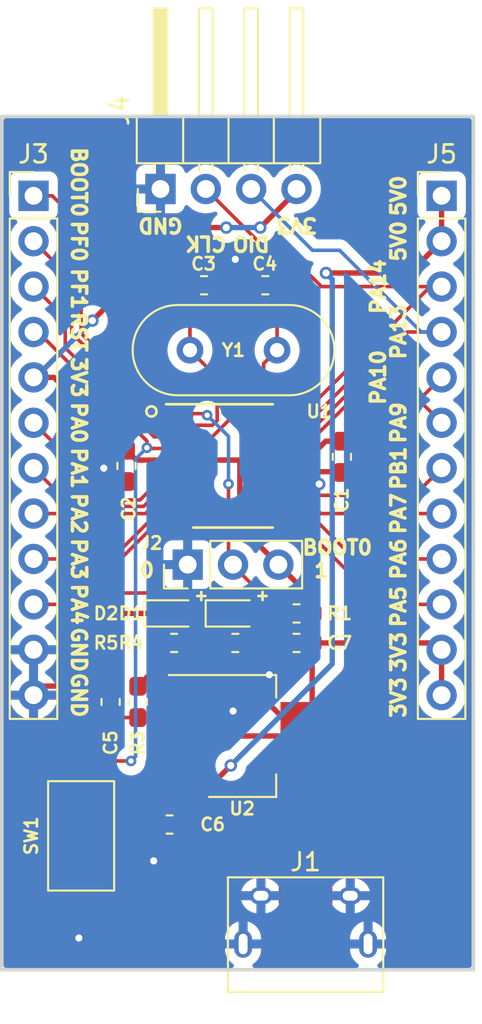
<source format=kicad_pcb>
(kicad_pcb (version 20221018) (generator pcbnew)
  (layers (0 "F.Cu" signal) (31 "B.Cu" signal) (34 "B.Paste" user) (35 "F.Paste" user) (36 "B.SilkS" user "B.Silkscreen") (37 "F.SilkS" user "F.Silkscreen") (38 "B.Mask" user) (39 "F.Mask" user) (44 "Edge.Cuts" user))
  (net 0 "")
  (net 1 "VCC")
  (net 2 "Net-(D1-Pad2)")
  (net 3 "/NRST")
  (net 4 "/BOOT0")
  (net 5 "Net-(D2-Pad2)")
  (net 6 "VBUS")
  (net 7 "GND")
  (net 8 "/OSC_IN")
  (net 9 "/OSC_OUT")
  (net 10 "/PA0")
  (net 11 "/PA1")
  (net 12 "/PA2")
  (net 13 "/PA3")
  (net 14 "/PA4")
  (net 15 "/PA5")
  (net 16 "/PA6")
  (net 17 "/PA7")
  (net 18 "/PB1")
  (net 19 "/D-")
  (net 20 "/D+")
  (net 21 "/PA13")
  (net 22 "/PA14")
  (net 23 "/PA10_PA12")
  (net 24 "/PA9_PA11")
  (footprint "Resistor_SMD:R_0603_1608Metric_Pad1.05x0.95mm_HandSolder" (layer "F.Cu") (at 72.644 60.325 -90)
    (fp_text reference "R3" (at 2.286 0 270) (layer "F.SilkS") (effects (font (size 0.7 0.7))))
    (fp_text value "10kR")
    (fp_line (start -0.171267 -0.51) (end 0.171267 -0.51) (stroke (width 0.12)) (layer "F.SilkS"))
    (fp_line (start -0.171267 0.51) (end 0.171267 0.51) (stroke (width 0.12)) (layer "F.SilkS"))
    (pad "1" smd roundrect (at -0.875 0 270) (size 1.05 0.95) (layers "F.Cu" "F.Paste" "F.Mask") (net 1 "VCC"))
    (pad "2" smd roundrect (at 0.875 0 270) (size 1.05 0.95) (layers "F.Cu" "F.Paste" "F.Mask") (net 3 "/NRST"))
  )
  (footprint "LED_SMD:LED_0603_1608Metric_Pad1.05x0.95mm_HandSolder" (layer "F.Cu") (at 74.676 55.372)
    (fp_text reference "D2" (at -3.81 0) (layer "F.SilkS") (effects (font (size 0.7 0.7))))
    (fp_text value "RED")
    (fp_line (start -1.66 -0.735) (end -1.66 0.735) (stroke (width 0.12)) (layer "F.SilkS"))
    (fp_line (start -1.66 0.735) (end 0.8 0.735) (stroke (width 0.12)) (layer "F.SilkS"))
    (fp_line (start 0.8 -0.735) (end -1.66 -0.735) (stroke (width 0.12)) (layer "F.SilkS"))
    (pad "1" smd roundrect (at -0.875 0) (size 1.05 0.95) (layers "F.Cu" "F.Paste" "F.Mask") (net 7 "GND"))
    (pad "2" smd roundrect (at 0.875 0) (size 1.05 0.95) (layers "F.Cu" "F.Paste" "F.Mask") (net 5 "Net-(D2-Pad2)"))
  )
  (footprint "Connector_PinHeader_2.54mm:PinHeader_1x12_P2.54mm_Vertical" (layer "F.Cu") (at 89.662 32.004)
    (fp_text reference "J5" (at 0 -2.33) (layer "F.SilkS"))
    (fp_text value "RIGHT")
    (fp_line (start -1.33 -1.33) (end 0 -1.33) (stroke (width 0.12)) (layer "F.SilkS"))
    (fp_line (start -1.33 0) (end -1.33 -1.33) (stroke (width 0.12)) (layer "F.SilkS"))
    (fp_line (start -1.33 1.27) (end -1.33 29.27) (stroke (width 0.12)) (layer "F.SilkS"))
    (fp_line (start -1.33 1.27) (end 1.33 1.27) (stroke (width 0.12)) (layer "F.SilkS"))
    (fp_line (start -1.33 29.27) (end 1.33 29.27) (stroke (width 0.12)) (layer "F.SilkS"))
    (fp_line (start 1.33 1.27) (end 1.33 29.27) (stroke (width 0.12)) (layer "F.SilkS"))
    (pad "1" thru_hole rect (at 0 0) (size 1.7 1.7) (drill 1) (layers "*.Cu" "*.Mask") (net 6 "VBUS"))
    (pad "2" thru_hole oval (at 0 2.54) (size 1.7 1.7) (drill 1) (layers "*.Cu" "*.Mask") (net 6 "VBUS"))
    (pad "3" thru_hole oval (at 0 5.08) (size 1.7 1.7) (drill 1) (layers "*.Cu" "*.Mask") (net 22 "/PA14"))
    (pad "4" thru_hole oval (at 0 7.62) (size 1.7 1.7) (drill 1) (layers "*.Cu" "*.Mask") (net 21 "/PA13"))
    (pad "5" thru_hole oval (at 0 10.16) (size 1.7 1.7) (drill 1) (layers "*.Cu" "*.Mask") (net 23 "/PA10_PA12"))
    (pad "6" thru_hole oval (at 0 12.7) (size 1.7 1.7) (drill 1) (layers "*.Cu" "*.Mask") (net 24 "/PA9_PA11"))
    (pad "7" thru_hole oval (at 0 15.24) (size 1.7 1.7) (drill 1) (layers "*.Cu" "*.Mask") (net 18 "/PB1"))
    (pad "8" thru_hole oval (at 0 17.78) (size 1.7 1.7) (drill 1) (layers "*.Cu" "*.Mask") (net 17 "/PA7"))
    (pad "9" thru_hole oval (at 0 20.32) (size 1.7 1.7) (drill 1) (layers "*.Cu" "*.Mask") (net 16 "/PA6"))
    (pad "10" thru_hole oval (at 0 22.86) (size 1.7 1.7) (drill 1) (layers "*.Cu" "*.Mask") (net 15 "/PA5"))
    (pad "11" thru_hole oval (at 0 25.4) (size 1.7 1.7) (drill 1) (layers "*.Cu" "*.Mask") (net 1 "VCC"))
    (pad "12" thru_hole oval (at 0 27.94) (size 1.7 1.7) (drill 1) (layers "*.Cu" "*.Mask") (net 1 "VCC"))
  )
  (footprint "Connector_PinHeader_2.54mm:PinHeader_1x12_P2.54mm_Vertical" (layer "F.Cu") (at 66.802 32.004)
    (fp_text reference "J3" (at 0 -2.33) (layer "F.SilkS"))
    (fp_text value "LEFT")
    (fp_line (start -1.33 -1.33) (end 0 -1.33) (stroke (width 0.12)) (layer "F.SilkS"))
    (fp_line (start -1.33 0) (end -1.33 -1.33) (stroke (width 0.12)) (layer "F.SilkS"))
    (fp_line (start -1.33 1.27) (end -1.33 29.27) (stroke (width 0.12)) (layer "F.SilkS"))
    (fp_line (start -1.33 1.27) (end 1.33 1.27) (stroke (width 0.12)) (layer "F.SilkS"))
    (fp_line (start -1.33 29.27) (end 1.33 29.27) (stroke (width 0.12)) (layer "F.SilkS"))
    (fp_line (start 1.33 1.27) (end 1.33 29.27) (stroke (width 0.12)) (layer "F.SilkS"))
    (pad "1" thru_hole rect (at 0 0) (size 1.7 1.7) (drill 1) (layers "*.Cu" "*.Mask") (net 4 "/BOOT0"))
    (pad "2" thru_hole oval (at 0 2.54) (size 1.7 1.7) (drill 1) (layers "*.Cu" "*.Mask") (net 8 "/OSC_IN"))
    (pad "3" thru_hole oval (at 0 5.08) (size 1.7 1.7) (drill 1) (layers "*.Cu" "*.Mask") (net 9 "/OSC_OUT"))
    (pad "4" thru_hole oval (at 0 7.62) (size 1.7 1.7) (drill 1) (layers "*.Cu" "*.Mask") (net 3 "/NRST"))
    (pad "5" thru_hole oval (at 0 10.16) (size 1.7 1.7) (drill 1) (layers "*.Cu" "*.Mask") (net 1 "VCC"))
    (pad "6" thru_hole oval (at 0 12.7) (size 1.7 1.7) (drill 1) (layers "*.Cu" "*.Mask") (net 10 "/PA0"))
    (pad "7" thru_hole oval (at 0 15.24) (size 1.7 1.7) (drill 1) (layers "*.Cu" "*.Mask") (net 11 "/PA1"))
    (pad "8" thru_hole oval (at 0 17.78) (size 1.7 1.7) (drill 1) (layers "*.Cu" "*.Mask") (net 12 "/PA2"))
    (pad "9" thru_hole oval (at 0 20.32) (size 1.7 1.7) (drill 1) (layers "*.Cu" "*.Mask") (net 13 "/PA3"))
    (pad "10" thru_hole oval (at 0 22.86) (size 1.7 1.7) (drill 1) (layers "*.Cu" "*.Mask") (net 14 "/PA4"))
    (pad "11" thru_hole oval (at 0 25.4) (size 1.7 1.7) (drill 1) (layers "*.Cu" "*.Mask") (net 7 "GND"))
    (pad "12" thru_hole oval (at 0 27.94) (size 1.7 1.7) (drill 1) (layers "*.Cu" "*.Mask") (net 7 "GND"))
  )
  (footprint "Capacitor_SMD:C_0603_1608Metric_Pad1.05x0.95mm_HandSolder" (layer "F.Cu") (at 72.009 47.117 90)
    (fp_text reference "C2" (at -2.413 0.127 90) (layer "F.SilkS") (effects (font (size 0.7 0.7))))
    (fp_text value "0.1uF")
    (fp_line (start -0.171267 -0.51) (end 0.171267 -0.51) (stroke (width 0.12)) (layer "F.SilkS"))
    (fp_line (start -0.171267 0.51) (end 0.171267 0.51) (stroke (width 0.12)) (layer "F.SilkS"))
    (pad "1" smd roundrect (at -0.875 0 90) (size 1.05 0.95) (layers "F.Cu" "F.Paste" "F.Mask") (net 7 "GND"))
    (pad "2" smd roundrect (at 0.875 0 90) (size 1.05 0.95) (layers "F.Cu" "F.Paste" "F.Mask") (net 1 "VCC"))
  )
  (footprint "Resistor_SMD:R_0603_1608Metric_Pad1.05x0.95mm_HandSolder" (layer "F.Cu") (at 78.105 57.023)
    (fp_text reference "R4" (at -5.842 0) (layer "F.SilkS") (effects (font (size 0.7 0.7))))
    (fp_text value "1.5kR")
    (fp_line (start -0.171267 -0.51) (end 0.171267 -0.51) (stroke (width 0.12)) (layer "F.SilkS"))
    (fp_line (start -0.171267 0.51) (end 0.171267 0.51) (stroke (width 0.12)) (layer "F.SilkS"))
    (pad "1" smd roundrect (at -0.875 0) (size 1.05 0.95) (layers "F.Cu" "F.Paste" "F.Mask") (net 1 "VCC"))
    (pad "2" smd roundrect (at 0.875 0) (size 1.05 0.95) (layers "F.Cu" "F.Paste" "F.Mask") (net 2 "Net-(D1-Pad2)"))
  )
  (footprint "Resistor_SMD:R_0603_1608Metric_Pad1.05x0.95mm_HandSolder" (layer "F.Cu") (at 81.534 55.372)
    (fp_text reference "R1" (at 2.413 0) (layer "F.SilkS") (effects (font (size 0.7 0.7))))
    (fp_text value "10kR")
    (fp_line (start -0.171267 -0.51) (end 0.171267 -0.51) (stroke (width 0.12)) (layer "F.SilkS"))
    (fp_line (start -0.171267 0.51) (end 0.171267 0.51) (stroke (width 0.12)) (layer "F.SilkS"))
    (pad "1" smd roundrect (at -0.875 0) (size 1.05 0.95) (layers "F.Cu" "F.Paste" "F.Mask") (net 4 "/BOOT0"))
    (pad "2" smd roundrect (at 0.875 0) (size 1.05 0.95) (layers "F.Cu" "F.Paste" "F.Mask") (net 1 "VCC"))
  )
  (footprint "Resistor_SMD:R_0603_1608Metric_Pad1.05x0.95mm_HandSolder" (layer "F.Cu") (at 74.676 57.023)
    (fp_text reference "R5" (at -3.81 0) (layer "F.SilkS") (effects (font (size 0.7 0.7))))
    (fp_text value "1.5kR")
    (fp_line (start -0.171267 -0.51) (end 0.171267 -0.51) (stroke (width 0.12)) (layer "F.SilkS"))
    (fp_line (start -0.171267 0.51) (end 0.171267 0.51) (stroke (width 0.12)) (layer "F.SilkS"))
    (pad "1" smd roundrect (at -0.875 0) (size 1.05 0.95) (layers "F.Cu" "F.Paste" "F.Mask") (net 1 "VCC"))
    (pad "2" smd roundrect (at 0.875 0) (size 1.05 0.95) (layers "F.Cu" "F.Paste" "F.Mask") (net 5 "Net-(D2-Pad2)"))
  )
  (footprint "Package_TO_SOT_SMD:SOT-223-3_TabPin2" (layer "F.Cu") (at 78.486 62.23)
    (fp_text reference "U2" (at 0 4.064) (layer "F.SilkS") (effects (font (size 0.7 0.7))))
    (fp_text value "1117-3.3")
    (fp_line (start -4.1 -3.41) (end 1.91 -3.41) (stroke (width 0.12)) (layer "F.SilkS"))
    (fp_line (start -1.85 3.41) (end 1.91 3.41) (stroke (width 0.12)) (layer "F.SilkS"))
    (fp_line (start 1.91 -3.41) (end 1.91 -2.15) (stroke (width 0.12)) (layer "F.SilkS"))
    (fp_line (start 1.91 3.41) (end 1.91 2.15) (stroke (width 0.12)) (layer "F.SilkS"))
    (pad "1" smd rect (at -3.15 -2.3) (size 2 1.5) (layers "F.Cu" "F.Paste" "F.Mask") (net 7 "GND"))
    (pad "2" smd rect (at -3.15 0) (size 2 1.5) (layers "F.Cu" "F.Paste" "F.Mask") (net 1 "VCC"))
    (pad "2" smd rect (at 3.15 0) (size 2 3.8) (layers "F.Cu" "F.Paste" "F.Mask") (net 1 "VCC"))
    (pad "3" smd rect (at -3.15 2.3) (size 2 1.5) (layers "F.Cu" "F.Paste" "F.Mask") (net 6 "VBUS"))
  )
  (footprint "Package_SO:TSSOP-20_4.4x6.5mm_P0.65mm" (layer "F.Cu") (at 77.978 47.117)
    (fp_text reference "U1" (at 4.826 -3.048) (layer "F.SilkS") (effects (font (size 0.7 0.7))))
    (fp_text value "STM32F042F6Px")
    (fp_line (start -3.75 -3.45) (end 2.225 -3.45) (stroke (width 0.15)) (layer "F.SilkS"))
    (fp_line (start -2.225 3.45) (end 2.225 3.45) (stroke (width 0.15)) (layer "F.SilkS"))
    (pad "1" smd rect (at -2.95 -2.925) (size 1.45 0.45) (layers "F.Cu" "F.Paste" "F.Mask") (net 4 "/BOOT0"))
    (pad "2" smd rect (at -2.95 -2.275) (size 1.45 0.45) (layers "F.Cu" "F.Paste" "F.Mask") (net 8 "/OSC_IN"))
    (pad "3" smd rect (at -2.95 -1.625) (size 1.45 0.45) (layers "F.Cu" "F.Paste" "F.Mask") (net 9 "/OSC_OUT"))
    (pad "4" smd rect (at -2.95 -0.975) (size 1.45 0.45) (layers "F.Cu" "F.Paste" "F.Mask") (net 3 "/NRST"))
    (pad "5" smd rect (at -2.95 -0.325) (size 1.45 0.45) (layers "F.Cu" "F.Paste" "F.Mask") (net 1 "VCC"))
    (pad "6" smd rect (at -2.95 0.325) (size 1.45 0.45) (layers "F.Cu" "F.Paste" "F.Mask") (net 10 "/PA0"))
    (pad "7" smd rect (at -2.95 0.975) (size 1.45 0.45) (layers "F.Cu" "F.Paste" "F.Mask") (net 11 "/PA1"))
    (pad "8" smd rect (at -2.95 1.625) (size 1.45 0.45) (layers "F.Cu" "F.Paste" "F.Mask") (net 12 "/PA2"))
    (pad "9" smd rect (at -2.95 2.275) (size 1.45 0.45) (layers "F.Cu" "F.Paste" "F.Mask") (net 13 "/PA3"))
    (pad "10" smd rect (at -2.95 2.925) (size 1.45 0.45) (layers "F.Cu" "F.Paste" "F.Mask") (net 14 "/PA4"))
    (pad "11" smd rect (at 2.95 2.925) (size 1.45 0.45) (layers "F.Cu" "F.Paste" "F.Mask") (net 15 "/PA5"))
    (pad "12" smd rect (at 2.95 2.275) (size 1.45 0.45) (layers "F.Cu" "F.Paste" "F.Mask") (net 16 "/PA6"))
    (pad "13" smd rect (at 2.95 1.625) (size 1.45 0.45) (layers "F.Cu" "F.Paste" "F.Mask") (net 17 "/PA7"))
    (pad "14" smd rect (at 2.95 0.975) (size 1.45 0.45) (layers "F.Cu" "F.Paste" "F.Mask") (net 18 "/PB1"))
    (pad "15" smd rect (at 2.95 0.325) (size 1.45 0.45) (layers "F.Cu" "F.Paste" "F.Mask") (net 7 "GND"))
    (pad "16" smd rect (at 2.95 -0.325) (size 1.45 0.45) (layers "F.Cu" "F.Paste" "F.Mask") (net 1 "VCC"))
    (pad "17" smd rect (at 2.95 -0.975) (size 1.45 0.45) (layers "F.Cu" "F.Paste" "F.Mask") (net 24 "/PA9_PA11"))
    (pad "18" smd rect (at 2.95 -1.625) (size 1.45 0.45) (layers "F.Cu" "F.Paste" "F.Mask") (net 23 "/PA10_PA12"))
    (pad "19" smd rect (at 2.95 -2.275) (size 1.45 0.45) (layers "F.Cu" "F.Paste" "F.Mask") (net 21 "/PA13"))
    (pad "20" smd rect (at 2.95 -2.925) (size 1.45 0.45) (layers "F.Cu" "F.Paste" "F.Mask") (net 22 "/PA14"))
  )
  (footprint "LED_SMD:LED_0603_1608Metric_Pad1.05x0.95mm_HandSolder" (layer "F.Cu") (at 78.105 55.372)
    (fp_text reference "D1" (at -5.842 0) (layer "F.SilkS") (effects (font (size 0.7 0.7))))
    (fp_text value "GREEN")
    (fp_line (start -1.66 -0.735) (end -1.66 0.735) (stroke (width 0.12)) (layer "F.SilkS"))
    (fp_line (start -1.66 0.735) (end 0.8 0.735) (stroke (width 0.12)) (layer "F.SilkS"))
    (fp_line (start 0.8 -0.735) (end -1.66 -0.735) (stroke (width 0.12)) (layer "F.SilkS"))
    (pad "1" smd roundrect (at -0.875 0) (size 1.05 0.95) (layers "F.Cu" "F.Paste" "F.Mask") (net 14 "/PA4"))
    (pad "2" smd roundrect (at 0.875 0) (size 1.05 0.95) (layers "F.Cu" "F.Paste" "F.Mask") (net 2 "Net-(D1-Pad2)"))
  )
  (footprint "Crystal:Crystal_HC49-U_Vertical" (layer "F.Cu") (at 75.565 40.64)
    (fp_text reference "Y1" (at 2.44 0) (layer "F.SilkS") (effects (font (size 0.7 0.7))))
    (fp_text value "8MHz")
    (fp_line (start -0.685 -2.525) (end 5.565 -2.525) (stroke (width 0.12)) (layer "F.SilkS"))
    (fp_line (start -0.685 2.525) (end 5.565 2.525) (stroke (width 0.12)) (layer "F.SilkS"))
    (fp_arc (start -0.685 2.525) (mid -3.21 0) (end -0.685 -2.525) (stroke (width 0.12)) (layer "F.SilkS"))
    (fp_arc (start 5.565 -2.525) (mid 8.09 0) (end 5.565 2.525) (stroke (width 0.12)) (layer "F.SilkS"))
    (pad "1" thru_hole circle (at 0 0) (size 1.5 1.5) (drill 0.8) (layers "*.Cu" "*.Mask") (net 8 "/OSC_IN"))
    (pad "2" thru_hole circle (at 4.88 0) (size 1.5 1.5) (drill 0.8) (layers "*.Cu" "*.Mask") (net 9 "/OSC_OUT"))
  )
  (footprint "Connector_PinHeader_2.54mm:PinHeader_1x03_P2.54mm_Vertical" (layer "F.Cu") (at 75.438 52.6415 90)
    (fp_text reference "J2" (at 1.2065 -2.032 180) (layer "F.SilkS") (effects (font (size 0.7 0.7))))
    (fp_text value "BOOT0")
    (fp_line (start -1.33 -1.33) (end 0 -1.33) (stroke (width 0.12)) (layer "F.SilkS"))
    (fp_line (start -1.33 0) (end -1.33 -1.33) (stroke (width 0.12)) (layer "F.SilkS"))
    (fp_line (start -1.33 1.27) (end -1.33 6.41) (stroke (width 0.12)) (layer "F.SilkS"))
    (fp_line (start -1.33 1.27) (end 1.33 1.27) (stroke (width 0.12)) (layer "F.SilkS"))
    (fp_line (start -1.33 6.41) (end 1.33 6.41) (stroke (width 0.12)) (layer "F.SilkS"))
    (fp_line (start 1.33 1.27) (end 1.33 6.41) (stroke (width 0.12)) (layer "F.SilkS"))
    (pad "1" thru_hole rect (at 0 0 90) (size 1.7 1.7) (drill 1) (layers "*.Cu" "*.Mask") (net 7 "GND"))
    (pad "2" thru_hole oval (at 0 2.54 90) (size 1.7 1.7) (drill 1) (layers "*.Cu" "*.Mask") (net 4 "/BOOT0"))
    (pad "3" thru_hole oval (at 0 5.08 90) (size 1.7 1.7) (drill 1) (layers "*.Cu" "*.Mask") (net 1 "VCC"))
  )
  (footprint "Capacitor_SMD:C_0603_1608Metric_Pad1.05x0.95mm_HandSolder" (layer "F.Cu") (at 84.074 46.609 90)
    (fp_text reference "C1" (at -2.413 0 90) (layer "F.SilkS") (effects (font (size 0.7 0.7))))
    (fp_text value "0.1uF")
    (fp_line (start -0.171267 -0.51) (end 0.171267 -0.51) (stroke (width 0.12)) (layer "F.SilkS"))
    (fp_line (start -0.171267 0.51) (end 0.171267 0.51) (stroke (width 0.12)) (layer "F.SilkS"))
    (pad "1" smd roundrect (at -0.875 0 90) (size 1.05 0.95) (layers "F.Cu" "F.Paste" "F.Mask") (net 7 "GND"))
    (pad "2" smd roundrect (at 0.875 0 90) (size 1.05 0.95) (layers "F.Cu" "F.Paste" "F.Mask") (net 1 "VCC"))
  )
  (footprint "Capacitor_SMD:C_0603_1608Metric_Pad1.05x0.95mm_HandSolder" (layer "F.Cu") (at 81.534 57.023 180)
    (fp_text reference "C7" (at -2.413 0 180) (layer "F.SilkS") (effects (font (size 0.7 0.7))))
    (fp_text value "0.1uF")
    (fp_line (start -0.171267 -0.51) (end 0.171267 -0.51) (stroke (width 0.12)) (layer "F.SilkS"))
    (fp_line (start -0.171267 0.51) (end 0.171267 0.51) (stroke (width 0.12)) (layer "F.SilkS"))
    (pad "1" smd roundrect (at -0.875 0 180) (size 1.05 0.95) (layers "F.Cu" "F.Paste" "F.Mask") (net 1 "VCC"))
    (pad "2" smd roundrect (at 0.875 0 180) (size 1.05 0.95) (layers "F.Cu" "F.Paste" "F.Mask") (net 7 "GND"))
  )
  (footprint "Capacitor_SMD:C_0603_1608Metric_Pad1.05x0.95mm_HandSolder" (layer "F.Cu") (at 74.422 67.183)
    (fp_text reference "C6" (at 2.413 0) (layer "F.SilkS") (effects (font (size 0.7 0.7))))
    (fp_text value "0.1uF")
    (fp_line (start -0.171267 -0.51) (end 0.171267 -0.51) (stroke (width 0.12)) (layer "F.SilkS"))
    (fp_line (start -0.171267 0.51) (end 0.171267 0.51) (stroke (width 0.12)) (layer "F.SilkS"))
    (pad "1" smd roundrect (at -0.875 0) (size 1.05 0.95) (layers "F.Cu" "F.Paste" "F.Mask") (net 7 "GND"))
    (pad "2" smd roundrect (at 0.875 0) (size 1.05 0.95) (layers "F.Cu" "F.Paste" "F.Mask") (net 6 "VBUS"))
  )
  (footprint "Capacitor_SMD:C_0603_1608Metric_Pad1.05x0.95mm_HandSolder" (layer "F.Cu") (at 71.12 60.325 90)
    (fp_text reference "C5" (at -2.286 0 90) (layer "F.SilkS") (effects (font (size 0.7 0.7))))
    (fp_text value "0.1uF")
    (fp_line (start -0.171267 -0.51) (end 0.171267 -0.51) (stroke (width 0.12)) (layer "F.SilkS"))
    (fp_line (start -0.171267 0.51) (end 0.171267 0.51) (stroke (width 0.12)) (layer "F.SilkS"))
    (pad "1" smd roundrect (at -0.875 0 90) (size 1.05 0.95) (layers "F.Cu" "F.Paste" "F.Mask") (net 3 "/NRST"))
    (pad "2" smd roundrect (at 0.875 0 90) (size 1.05 0.95) (layers "F.Cu" "F.Paste" "F.Mask") (net 7 "GND"))
  )
  (footprint "Capacitor_SMD:C_0603_1608Metric_Pad1.05x0.95mm_HandSolder" (layer "F.Cu") (at 79.786988 37.009528)
    (fp_text reference "C4" (at -0.030988 -1.195528) (layer "F.SilkS") (effects (font (size 0.7 0.7))))
    (fp_text value "20pF")
    (fp_line (start -0.171267 -0.51) (end 0.171267 -0.51) (stroke (width 0.12)) (layer "F.SilkS"))
    (fp_line (start -0.171267 0.51) (end 0.171267 0.51) (stroke (width 0.12)) (layer "F.SilkS"))
    (pad "1" smd roundrect (at -0.875 0) (size 1.05 0.95) (layers "F.Cu" "F.Paste" "F.Mask") (net 7 "GND"))
    (pad "2" smd roundrect (at 0.875 0) (size 1.05 0.95) (layers "F.Cu" "F.Paste" "F.Mask") (net 9 "/OSC_OUT"))
  )
  (footprint "Capacitor_SMD:C_0603_1608Metric_Pad1.05x0.95mm_HandSolder" (layer "F.Cu") (at 76.357988 37.009528 180)
    (fp_text reference "C3" (at 0.030988 1.195528 180) (layer "F.SilkS") (effects (font (size 0.7 0.7))))
    (fp_text value "20pF")
    (fp_line (start -0.171267 -0.51) (end 0.171267 -0.51) (stroke (width 0.12)) (layer "F.SilkS"))
    (fp_line (start -0.171267 0.51) (end 0.171267 0.51) (stroke (width 0.12)) (layer "F.SilkS"))
    (pad "1" smd roundrect (at -0.875 0 180) (size 1.05 0.95) (layers "F.Cu" "F.Paste" "F.Mask") (net 7 "GND"))
    (pad "2" smd roundrect (at 0.875 0 180) (size 1.05 0.95) (layers "F.Cu" "F.Paste" "F.Mask") (net 8 "/OSC_IN"))
  )
  (footprint "Button_Switch_SMD:SW_SPST_CK_RS282G05A3" (layer "F.Cu") (at 69.469 67.818 -90)
    (fp_text reference "SW1" (at 0 2.794 270) (layer "F.SilkS") (effects (font (size 0.7 0.7))))
    (fp_text value "SW_Push")
    (fp_line (start -3.06 -1.85) (end 3.06 -1.85) (stroke (width 0.12)) (layer "F.SilkS"))
    (fp_line (start -3.06 1.85) (end -3.06 -1.85) (stroke (width 0.12)) (layer "F.SilkS"))
    (fp_line (start 3.06 -1.85) (end 3.06 1.85) (stroke (width 0.12)) (layer "F.SilkS"))
    (fp_line (start 3.06 1.85) (end -3.06 1.85) (stroke (width 0.12)) (layer "F.SilkS"))
    (pad "1" smd rect (at -3.9 0 270) (size 1.5 1.5) (layers "F.Cu" "F.Paste" "F.Mask") (net 3 "/NRST"))
    (pad "2" smd rect (at 3.9 0 270) (size 1.5 1.5) (layers "F.Cu" "F.Paste" "F.Mask") (net 7 "GND"))
  )
  (footprint "Connector_PinHeader_2.54mm:PinHeader_1x04_P2.54mm_Horizontal" (layer "F.Cu") (at 73.914 31.623 90)
    (fp_text reference "J4" (at 4.385 -2.27 90) (layer "F.SilkS"))
    (fp_text value "SWD")
    (fp_line (start -1.27 -1.27) (end 0 -1.27) (stroke (width 0.12)) (layer "F.SilkS"))
    (fp_line (start -1.27 0) (end -1.27 -1.27) (stroke (width 0.12)) (layer "F.SilkS"))
    (fp_line (start 1.042929 2.16) (end 1.44 2.16) (stroke (width 0.12)) (layer "F.SilkS"))
    (fp_line (start 1.042929 2.92) (end 1.44 2.92) (stroke (width 0.12)) (layer "F.SilkS"))
    (fp_line (start 1.042929 4.7) (end 1.44 4.7) (stroke (width 0.12)) (layer "F.SilkS"))
    (fp_line (start 1.042929 5.46) (end 1.44 5.46) (stroke (width 0.12)) (layer "F.SilkS"))
    (fp_line (start 1.042929 7.24) (end 1.44 7.24) (stroke (width 0.12)) (layer "F.SilkS"))
    (fp_line (start 1.042929 8) (end 1.44 8) (stroke (width 0.12)) (layer "F.SilkS"))
    (fp_line (start 1.11 -0.38) (end 1.44 -0.38) (stroke (width 0.12)) (layer "F.SilkS"))
    (fp_line (start 1.11 0.38) (end 1.44 0.38) (stroke (width 0.12)) (layer "F.SilkS"))
    (fp_line (start 1.44 -1.33) (end 1.44 8.95) (stroke (width 0.12)) (layer "F.SilkS"))
    (fp_line (start 1.44 1.27) (end 4.1 1.27) (stroke (width 0.12)) (layer "F.SilkS"))
    (fp_line (start 1.44 3.81) (end 4.1 3.81) (stroke (width 0.12)) (layer "F.SilkS"))
    (fp_line (start 1.44 6.35) (end 4.1 6.35) (stroke (width 0.12)) (layer "F.SilkS"))
    (fp_line (start 1.44 8.95) (end 4.1 8.95) (stroke (width 0.12)) (layer "F.SilkS"))
    (fp_line (start 4.1 -1.33) (end 1.44 -1.33) (stroke (width 0.12)) (layer "F.SilkS"))
    (fp_line (start 4.1 -0.38) (end 10.1 -0.38) (stroke (width 0.12)) (layer "F.SilkS"))
    (fp_line (start 4.1 -0.32) (end 10.1 -0.32) (stroke (width 0.12)) (layer "F.SilkS"))
    (fp_line (start 4.1 -0.2) (end 10.1 -0.2) (stroke (width 0.12)) (layer "F.SilkS"))
    (fp_line (start 4.1 -0.08) (end 10.1 -0.08) (stroke (width 0.12)) (layer "F.SilkS"))
    (fp_line (start 4.1 0.04) (end 10.1 0.04) (stroke (width 0.12)) (layer "F.SilkS"))
    (fp_line (start 4.1 0.16) (end 10.1 0.16) (stroke (width 0.12)) (layer "F.SilkS"))
    (fp_line (start 4.1 0.28) (end 10.1 0.28) (stroke (width 0.12)) (layer "F.SilkS"))
    (fp_line (start 4.1 2.16) (end 10.1 2.16) (stroke (width 0.12)) (layer "F.SilkS"))
    (fp_line (start 4.1 4.7) (end 10.1 4.7) (stroke (width 0.12)) (layer "F.SilkS"))
    (fp_line (start 4.1 7.24) (end 10.1 7.24) (stroke (width 0.12)) (layer "F.SilkS"))
    (fp_line (start 4.1 8.95) (end 4.1 -1.33) (stroke (width 0.12)) (layer "F.SilkS"))
    (fp_line (start 10.1 -0.38) (end 10.1 0.38) (stroke (width 0.12)) (layer "F.SilkS"))
    (fp_line (start 10.1 0.38) (end 4.1 0.38) (stroke (width 0.12)) (layer "F.SilkS"))
    (fp_line (start 10.1 2.16) (end 10.1 2.92) (stroke (width 0.12)) (layer "F.SilkS"))
    (fp_line (start 10.1 2.92) (end 4.1 2.92) (stroke (width 0.12)) (layer "F.SilkS"))
    (fp_line (start 10.1 4.7) (end 10.1 5.46) (stroke (width 0.12)) (layer "F.SilkS"))
    (fp_line (start 10.1 5.46) (end 4.1 5.46) (stroke (width 0.12)) (layer "F.SilkS"))
    (fp_line (start 10.1 7.24) (end 10.1 8) (stroke (width 0.12)) (layer "F.SilkS"))
    (fp_line (start 10.1 8) (end 4.1 8) (stroke (width 0.12)) (layer "F.SilkS"))
    (pad "1" thru_hole rect (at 0 0 90) (size 1.7 1.7) (drill 1) (layers "*.Cu" "*.Mask") (net 7 "GND"))
    (pad "2" thru_hole oval (at 0 2.54 90) (size 1.7 1.7) (drill 1) (layers "*.Cu" "*.Mask") (net 22 "/PA14"))
    (pad "3" thru_hole oval (at 0 5.08 90) (size 1.7 1.7) (drill 1) (layers "*.Cu" "*.Mask") (net 21 "/PA13"))
    (pad "4" thru_hole oval (at 0 7.62 90) (size 1.7 1.7) (drill 1) (layers "*.Cu" "*.Mask") (net 1 "VCC"))
  )
  (footprint "Icenowy_Connectors:USB_Micro-B_Connector" (layer "F.Cu") (at 82.042 72.517)
    (fp_text reference "J1" (at 0 -3.24) (layer "F.SilkS"))
    (fp_text value "USB_B_Micro")
    (fp_line (start -4.35 -2.38) (end 4.35 -2.38) (stroke (width 0.12)) (layer "F.SilkS"))
    (fp_line (start -4.35 4.03) (end -4.35 -2.38) (stroke (width 0.12)) (layer "F.SilkS"))
    (fp_line (start -4.35 4.03) (end 4.35 4.03) (stroke (width 0.12)) (layer "F.SilkS"))
    (fp_line (start 4.35 -2.38) (end 4.35 4.03) (stroke (width 0.12)) (layer "F.SilkS"))
    (fp_line (start 4.35 2.8) (end -4.35 2.8) (stroke (width 0.12)) (layer "F.SilkS"))
    (pad "1" smd rect (at -1.3 -1.35 90) (size 1.35 0.4) (layers "F.Cu" "F.Paste" "F.Mask") (net 6 "VBUS"))
    (pad "2" smd rect (at -0.65 -1.35 90) (size 1.35 0.4) (layers "F.Cu" "F.Paste" "F.Mask") (net 19 "/D-"))
    (pad "3" smd rect (at 0 -1.35 90) (size 1.35 0.4) (layers "F.Cu" "F.Paste" "F.Mask") (net 20 "/D+"))
    (pad "4" smd rect (at 0.65 -1.35 90) (size 1.35 0.4) (layers "F.Cu" "F.Paste" "F.Mask") (net 7 "GND"))
    (pad "5" smd rect (at 1.3 -1.35 90) (size 1.35 0.4) (layers "F.Cu" "F.Paste" "F.Mask") (net 7 "GND"))
    (pad "6" thru_hole oval (at -3.5 1.35 90) (size 1.55 1) (drill oval 1.15 0.5) (layers "*.Cu" "*.Mask") (net 7 "GND"))
    (pad "6" thru_hole oval (at -2.5 -1.35 90) (size 0.95 1.25) (drill oval 0.55 0.85) (layers "*.Cu" "*.Mask") (net 7 "GND"))
    (pad "6" thru_hole oval (at 2.5 -1.35 90) (size 0.95 1.25) (drill oval 0.55 0.85) (layers "*.Cu" "*.Mask") (net 7 "GND"))
    (pad "6" thru_hole oval (at 3.5 1.35 90) (size 1.55 1) (drill oval 1.15 0.5) (layers "*.Cu" "*.Mask") (net 7 "GND"))
  )
  (gr_circle (center 73.406 44.069) (end 73.689981 44.069) (stroke (width 0.15)) (fill none) (layer "F.SilkS"))
  (gr_line (start 65.024 75.311) (end 65.024 27.559) (stroke (width 0.2)) (layer "Edge.Cuts"))
  (gr_line (start 91.44 75.311) (end 65.024 75.311) (stroke (width 0.2)) (layer "Edge.Cuts"))
  (gr_line (start 91.44 27.559) (end 91.44 75.311) (stroke (width 0.2)) (layer "Edge.Cuts"))
  (gr_line (start 65.024 27.559) (end 91.44 27.559) (stroke (width 0.2)) (layer "Edge.Cuts"))
  (gr_text "BOOT0" (at 83.82 51.689) (layer "F.SilkS") (effects (font (size 0.8 0.8) (thickness 0.2))))
  (gr_text "+" (at 79.629 54.356) (layer "F.SilkS") (effects (font (size 0.6 0.6))))
  (gr_text "GND" (at 73.914 33.655 180) (layer "F.SilkS") (effects (font (size 0.8 0.8) (thickness 0.2))))
  (gr_text "3V3" (at 81.534 33.655 180) (layer "F.SilkS") (effects (font (size 0.8 0.8) (thickness 0.2))))
  (gr_text "CLK" (at 76.454 34.671 180) (layer "F.SilkS") (effects (font (size 0.8 0.8) (thickness 0.2))))
  (gr_text "DIO" (at 78.994 34.671 180) (layer "F.SilkS") (effects (font (size 0.8 0.8) (thickness 0.2))))
  (gr_text "PF0" (at 69.342 34.544 270) (layer "F.SilkS") (effects (font (size 0.8 0.8) (thickness 0.2))))
  (gr_text "PF1" (at 69.342 37.211 270) (layer "F.SilkS") (effects (font (size 0.8 0.8) (thickness 0.2))))
  (gr_text "3V3" (at 69.342 42.164 270) (layer "F.SilkS") (effects (font (size 0.8 0.8) (thickness 0.2))))
  (gr_text "PA9" (at 87.249 44.704 90) (layer "F.SilkS") (effects (font (size 0.8 0.8) (thickness 0.2))))
  (gr_text "PA6" (at 87.249 52.324 90) (layer "F.SilkS") (effects (font (size 0.8 0.8) (thickness 0.2))))
  (gr_text "PA5" (at 87.249 54.991 90) (layer "F.SilkS") (effects (font (size 0.8 0.8) (thickness 0.2))))
  (gr_text "PA10" (at 86.106 42.164 90) (layer "F.SilkS") (effects (font (size 0.8 0.8) (thickness 0.2))))
  (gr_text "PB1" (at 87.249 47.244 90) (layer "F.SilkS") (effects (font (size 0.8 0.8) (thickness 0.2))))
  (gr_text "3V3" (at 87.249 57.531 90) (layer "F.SilkS") (effects (font (size 0.8 0.8) (thickness 0.2))))
  (gr_text "3V3" (at 87.249 60.071 90) (layer "F.SilkS") (effects (font (size 0.8 0.8) (thickness 0.2))))
  (gr_text "BOOT0" (at 69.342 31.242 270) (layer "F.SilkS") (effects (font (size 0.8 0.8) (thickness 0.2))))
  (gr_text "PA14" (at 86.106 37.084 90) (layer "F.SilkS") (effects (font (size 0.8 0.8) (thickness 0.2))))
  (gr_text "PA2" (at 69.342 49.784 270) (layer "F.SilkS") (effects (font (size 0.8 0.8) (thickness 0.2))))
  (gr_text "GND" (at 69.342 59.944 270) (layer "F.SilkS") (effects (font (size 0.8 0.8) (thickness 0.2))))
  (gr_text "PA1" (at 69.342 47.244 270) (layer "F.SilkS") (effects (font (size 0.8 0.8) (thickness 0.2))))
  (gr_text "5V0" (at 87.249 32.004 90) (layer "F.SilkS") (effects (font (size 0.8 0.8) (thickness 0.2))))
  (gr_text "0" (at 73.152 52.959) (layer "F.SilkS") (effects (font (size 0.8 0.8) (thickness 0.2))))
  (gr_text "PA4" (at 69.342 54.864 270) (layer "F.SilkS") (effects (font (size 0.8 0.8) (thickness 0.2))))
  (gr_text "PA0" (at 69.342 44.704 270) (layer "F.SilkS") (effects (font (size 0.8 0.8) (thickness 0.2))))
  (gr_text "+" (at 76.2 54.356) (layer "F.SilkS") (effects (font (size 0.6 0.6))))
  (gr_text "RST" (at 69.342 39.624 270) (layer "F.SilkS") (effects (font (size 0.8 0.8) (thickness 0.2))))
  (gr_text "PA7" (at 87.249 49.784 90) (layer "F.SilkS") (effects (font (size 0.8 0.8) (thickness 0.2))))
  (gr_text "PA13" (at 87.249 39.624 90) (layer "F.SilkS") (effects (font (size 0.8 0.8) (thickness 0.2))))
  (gr_text "1" (at 82.931 52.959) (layer "F.SilkS") (effects (font (size 0.8 0.8) (thickness 0.2))))
  (gr_text "5V0" (at 87.249 34.544 90) (layer "F.SilkS") (effects (font (size 0.8 0.8) (thickness 0.2))))
  (gr_text "PA3" (at 69.342 52.324 270) (layer "F.SilkS") (effects (font (size 0.8 0.8) (thickness 0.2))))
  (gr_text "GND" (at 69.342 57.404 270) (layer "F.SilkS") (effects (font (size 0.8 0.8) (thickness 0.2))))
  (segment (start 82.409 61.457) (end 81.636 62.23) (width 0.3) (layer "F.Cu") (net 1))
  (segment (start 72.559 46.792) (end 72.009 46.242) (width 0.3) (layer "F.Cu") (net 1))
  (segment (start 73.801 57.023) (end 73.801 58.293) (width 0.3) (layer "F.Cu") (net 1))
  (segment (start 77.851 58.293) (end 81.636 62.078) (width 0.3) (layer "F.Cu") (net 1))
  (segment (start 89.662 57.404) (end 89.662 59.944) (width 0.3) (layer "F.Cu") (net 1))
  (segment (start 82.409 57.023) (end 89.281 57.023) (width 0.3) (layer "F.Cu") (net 1))
  (segment (start 83.171 45.734) (end 84.074 45.734) (width 0.3) (layer "F.Cu") (net 1))
  (segment (start 66.802 42.164) (end 67.945 42.164) (width 0.3) (layer "F.Cu") (net 1))
  (segment (start 82.409 54.5325) (end 80.518 52.6415) (width 0.3) (layer "F.Cu") (net 1))
  (segment (start 80.928 46.792) (end 82.113 46.792) (width 0.3) (layer "F.Cu") (net 1))
  (segment (start 77.23 57.023) (end 77.23 58.293) (width 0.3) (layer "F.Cu") (net 1))
  (segment (start 82.409 57.023) (end 82.409 61.457) (width 0.3) (layer "F.Cu") (net 1))
  (segment (start 76.636 62.23) (end 81.636 62.23) (width 0.3) (layer "F.Cu") (net 1))
  (segment (start 73.787 58.307) (end 73.787 58.2965) (width 0.3) (layer "F.Cu") (net 1))
  (segment (start 69.469 43.702) (end 72.009 46.242) (width 0.3) (layer "F.Cu") (net 1))
  (segment (start 82.409 57.023) (end 82.409 55.372) (width 0.3) (layer "F.Cu") (net 1))
  (segment (start 69.469 43.688) (end 69.469 43.702) (width 0.3) (layer "F.Cu") (net 1))
  (segment (start 74.496 58.293) (end 76.327 58.293) (width 0.3) (layer "F.Cu") (net 1))
  (segment (start 80.518 52.6415) (end 78.359 50.4825) (width 0.3) (layer "F.Cu") (net 1))
  (segment (start 76.327 58.293) (end 77.851 58.293) (width 0.3) (layer "F.Cu") (net 1))
  (segment (start 82.409 55.372) (end 82.409 54.5325) (width 0.3) (layer "F.Cu") (net 1))
  (segment (start 89.281 57.023) (end 89.662 57.404) (width 0.3) (layer "F.Cu") (net 1))
  (segment (start 75.336 62.23) (end 76.636 62.23) (width 0.3) (layer "F.Cu") (net 1))
  (segment (start 75.028 46.792) (end 72.559 46.792) (width 0.3) (layer "F.Cu") (net 1))
  (segment (start 67.945 42.164) (end 69.469 43.688) (width 0.3) (layer "F.Cu") (net 1))
  (segment (start 81.636 62.078) (end 81.636 62.23) (width 0.3) (layer "F.Cu") (net 1))
  (segment (start 82.113 46.792) (end 83.171 45.734) (width 0.3) (layer "F.Cu") (net 1))
  (segment (start 78.359 50.4825) (end 78.359 46.792) (width 0.3) (layer "F.Cu") (net 1))
  (segment (start 77.23 58.293) (end 76.327 58.293) (width 0.3) (layer "F.Cu") (net 1))
  (segment (start 81.534 31.75) (end 79.502978 33.781022) (width 0.3) (layer "F.Cu") (net 1))
  (segment (start 81.534 31.623) (end 81.534 31.75) (width 0.3) (layer "F.Cu") (net 1))
  (segment (start 77.597 33.782) (end 75.306 33.782) (width 0.3) (layer "F.Cu") (net 1))
  (segment (start 76.454 46.792) (end 80.928 46.792) (width 0.3) (layer "F.Cu") (net 1))
  (segment (start 73.801 58.293) (end 74.496 58.293) (width 0.3) (layer "F.Cu") (net 1))
  (segment (start 72.644 59.45) (end 73.787 58.307) (width 0.3) (layer "F.Cu") (net 1))
  (segment (start 75.306 33.782) (end 70.099 38.989) (width 0.3) (layer "F.Cu") (net 1))
  (segment (start 78.359 46.792) (end 75.028 46.792) (width 0.3) (layer "F.Cu") (net 1))
  (via (at 77.597 33.782) (size 0.7) (drill 0.4) (layers "F.Cu" "B.Cu") (net 1))
  (via (at 79.502978 33.781022) (size 0.7) (drill 0.4) (layers "F.Cu" "B.Cu") (net 1))
  (via (at 70.099 38.989) (size 0.7) (drill 0.4) (layers "F.Cu" "B.Cu") (net 1))
  (segment (start 79.502978 33.781022) (end 77.597978 33.781022) (width 0.3) (layer "B.Cu") (net 1))
  (segment (start 66.924 42.164) (end 66.802 42.164) (width 0.3) (layer "B.Cu") (net 1))
  (segment (start 77.597978 33.781022) (end 77.597 33.782) (width 0.3) (layer "B.Cu") (net 1))
  (segment (start 70.099 38.989) (end 66.924 42.164) (width 0.3) (layer "B.Cu") (net 1))
  (segment (start 78.98 55.372) (end 78.98 57.023) (width 0.2) (layer "F.Cu") (net 2))
  (segment (start 75.028 46.142) (end 73.193 46.142) (width 0.2) (layer "F.Cu") (net 3))
  (segment (start 73.193 46.142) (end 73.152 46.101) (width 0.2) (layer "F.Cu") (net 3))
  (segment (start 66.802 39.624) (end 67.056 39.624) (width 0.2) (layer "F.Cu") (net 3))
  (segment (start 72.263 63.627) (end 69.76 63.627) (width 0.2) (layer "F.Cu") (net 3))
  (segment (start 67.056 39.624) (end 73.152 45.72) (width 0.2) (layer "F.Cu") (net 3))
  (segment (start 73.152 45.72) (end 73.152 46.101) (width 0.2) (layer "F.Cu") (net 3))
  (segment (start 71.12 61.2) (end 72.644 61.2) (width 0.2) (layer "F.Cu") (net 3))
  (segment (start 69.76 63.627) (end 69.469 63.918) (width 0.2) (layer "F.Cu") (net 3))
  (segment (start 69.469 63.918) (end 69.469 62.851) (width 0.2) (layer "F.Cu") (net 3))
  (segment (start 69.469 62.851) (end 71.12 61.2) (width 0.2) (layer "F.Cu") (net 3))
  (via (at 72.263 63.627) (size 0.6) (drill 0.3) (layers "F.Cu" "B.Cu") (net 3))
  (via (at 73.152 46.101) (size 0.6) (drill 0.3) (layers "F.Cu" "B.Cu") (net 3))
  (segment (start 72.517002 54.356022) (end 72.517002 62.694736) (width 0.2) (layer "B.Cu") (net 3))
  (segment (start 72.517002 63.372998) (end 72.263 63.627) (width 0.2) (layer "B.Cu") (net 3))
  (segment (start 72.51699 54.35601) (end 72.517002 54.356022) (width 0.2) (layer "B.Cu") (net 3))
  (segment (start 72.517 46.736) (end 72.517 54.356) (width 0.2) (layer "B.Cu") (net 3))
  (segment (start 72.517002 62.694736) (end 72.517002 63.119) (width 0.2) (layer "B.Cu") (net 3))
  (segment (start 72.517002 63.119) (end 72.517002 63.372998) (width 0.2) (layer "B.Cu") (net 3))
  (segment (start 73.152 46.101) (end 72.517 46.736) (width 0.2) (layer "B.Cu") (net 3))
  (segment (start 76.439 44.192) (end 76.529 44.282) (width 0.2) (layer "F.Cu") (net 4))
  (segment (start 73.96213 44.192) (end 69.469 39.69887) (width 0.2) (layer "F.Cu") (net 4))
  (segment (start 77.724 48.133) (end 77.724 52.3875) (width 0.2) (layer "F.Cu") (net 4))
  (segment (start 80.659 55.372) (end 77.978 52.691) (width 0.2) (layer "F.Cu") (net 4))
  (segment (start 69.469 39.69887) (end 69.469 33.621) (width 0.2) (layer "F.Cu") (net 4))
  (segment (start 69.469 33.621) (end 67.852 32.004) (width 0.2) (layer "F.Cu") (net 4))
  (segment (start 75.028 44.192) (end 73.96213 44.192) (width 0.2) (layer "F.Cu") (net 4))
  (segment (start 77.978 52.691) (end 77.978 52.6415) (width 0.2) (layer "F.Cu") (net 4))
  (segment (start 77.724 52.3875) (end 77.978 52.6415) (width 0.2) (layer "F.Cu") (net 4))
  (segment (start 67.852 32.004) (end 66.802 32.004) (width 0.2) (layer "F.Cu") (net 4))
  (segment (start 75.028 44.192) (end 76.439 44.192) (width 0.2) (layer "F.Cu") (net 4))
  (via (at 77.724 48.133) (size 0.6) (drill 0.3) (layers "F.Cu" "B.Cu") (net 4))
  (via (at 76.529 44.282) (size 0.6) (drill 0.3) (layers "F.Cu" "B.Cu") (net 4))
  (segment (start 77.724 45.466) (end 77.724 48.133) (width 0.2) (layer "B.Cu") (net 4))
  (segment (start 76.529 44.282) (end 76.828999 44.581999) (width 0.2) (layer "B.Cu") (net 4))
  (segment (start 76.839999 44.581999) (end 77.724 45.466) (width 0.2) (layer "B.Cu") (net 4))
  (segment (start 76.828999 44.581999) (end 76.839999 44.581999) (width 0.2) (layer "B.Cu") (net 4))
  (segment (start 75.551 55.372) (end 75.551 57.023) (width 0.2) (layer "F.Cu") (net 5))
  (segment (start 80.742 70.192) (end 77.733 67.183) (width 0.3) (layer "F.Cu") (net 6))
  (segment (start 75.297 67.183) (end 75.297 64.569) (width 0.3) (layer "F.Cu") (net 6))
  (segment (start 83.679974 36.322) (end 83.185 36.322) (width 0.3) (layer "F.Cu") (net 6))
  (segment (start 80.742 71.167) (end 80.742 70.192) (width 0.3) (layer "F.Cu") (net 6))
  (segment (start 89.662 32.004) (end 89.662 34.544) (width 0.3) (layer "F.Cu") (net 6))
  (segment (start 75.297 64.569) (end 75.336 64.53) (width 0.3) (layer "F.Cu") (net 6))
  (segment (start 75.922 67.183) (end 75.297 67.183) (width 0.3) (layer "F.Cu") (net 6))
  (segment (start 77.733 67.183) (end 75.922 67.183) (width 0.3) (layer "F.Cu") (net 6))
  (segment (start 89.662 34.544) (end 87.884 36.322) (width 0.3) (layer "F.Cu") (net 6))
  (segment (start 87.884 36.322) (end 83.679974 36.322) (width 0.3) (layer "F.Cu") (net 6))
  (segment (start 75.336 64.53) (end 77.202 64.53) (width 0.3) (layer "F.Cu") (net 6))
  (segment (start 77.202 64.53) (end 77.851 63.881) (width 0.3) (layer "F.Cu") (net 6))
  (via (at 77.851 63.881) (size 0.7) (drill 0.4) (layers "F.Cu" "B.Cu") (net 6))
  (via (at 83.185 36.322) (size 0.7) (drill 0.4) (layers "F.Cu" "B.Cu") (net 6))
  (segment (start 77.851 63.881) (end 83.534999 58.197001) (width 0.3) (layer "B.Cu") (net 6))
  (segment (start 83.534999 36.671999) (end 83.185 36.322) (width 0.3) (layer "B.Cu") (net 6))
  (segment (start 83.534999 58.197001) (end 83.534999 36.671999) (width 0.3) (layer "B.Cu") (net 6))
  (segment (start 77.232988 37.009528) (end 78.911988 37.009528) (width 0.3) (layer "F.Cu") (net 7))
  (segment (start 71.106 59.436) (end 71.12 59.45) (width 0.3) (layer "F.Cu") (net 7))
  (segment (start 80.928 47.442) (end 82.113 47.442) (width 0.3) (layer "F.Cu") (net 7))
  (segment (start 67.31 59.436) (end 71.106 59.436) (width 0.3) (layer "F.Cu") (net 7))
  (segment (start 71.12 55.372) (end 73.801 55.372) (width 0.3) (layer "F.Cu") (net 7))
  (segment (start 73.547 69.201) (end 73.533 69.215) (width 0.3) (layer "F.Cu") (net 7))
  (segment (start 69.469 71.718) (end 69.469 73.406) (width 0.3) (layer "F.Cu") (net 7))
  (segment (start 77.232988 36.432012) (end 78.105 35.56) (width 0.3) (layer "F.Cu") (net 7))
  (segment (start 73.547 67.183) (end 73.547 69.201) (width 0.3) (layer "F.Cu") (net 7))
  (segment (start 72.009 47.992) (end 71.261 47.244) (width 0.3) (layer "F.Cu") (net 7))
  (segment (start 82.454001 47.783001) (end 82.804 48.133) (width 0.3) (layer "F.Cu") (net 7))
  (segment (start 83.342 71.167) (end 84.542 71.167) (width 0.3) (layer "F.Cu") (net 7))
  (segment (start 75.336 59.93) (end 77.075 59.93) (width 0.3) (layer "F.Cu") (net 7))
  (segment (start 77.232988 37.009528) (end 77.232988 36.432012) (width 0.3) (layer "F.Cu") (net 7))
  (segment (start 80.659 58.152) (end 80.01 58.801) (width 0.3) (layer "F.Cu") (net 7))
  (segment (start 80.928 47.442) (end 84.032 47.442) (width 0.3) (layer "F.Cu") (net 7))
  (segment (start 69.469 73.406) (end 69.342 73.533) (width 0.3) (layer "F.Cu") (net 7))
  (segment (start 83.862 47.442) (end 84.074 47.23) (width 0.3) (layer "F.Cu") (net 7))
  (segment (start 82.692 71.167) (end 83.342 71.167) (width 0.3) (layer "F.Cu") (net 7))
  (segment (start 80.659 57.023) (end 80.659 58.152) (width 0.3) (layer "F.Cu") (net 7))
  (segment (start 71.261 47.244) (end 71.233974 47.244) (width 0.3) (layer "F.Cu") (net 7))
  (segment (start 66.802 59.944) (end 67.31 59.436) (width 0.3) (layer "F.Cu") (net 7))
  (segment (start 77.075 59.93) (end 77.978 60.833) (width 0.3) (layer "F.Cu") (net 7))
  (segment (start 71.12 59.45) (end 71.12 55.372) (width 0.3) (layer "F.Cu") (net 7))
  (segment (start 84.032 47.442) (end 84.074 47.484) (width 0.3) (layer "F.Cu") (net 7))
  (segment (start 71.233974 47.244) (end 70.739 47.244) (width 0.3) (layer "F.Cu") (net 7))
  (segment (start 82.113 47.442) (end 82.454001 47.783001) (width 0.3) (layer "F.Cu") (net 7))
  (via (at 80.01 58.801) (size 0.7) (drill 0.4) (layers "F.Cu" "B.Cu") (net 7))
  (via (at 78.105 35.56) (size 0.7) (drill 0.4) (layers "F.Cu" "B.Cu") (net 7))
  (via (at 77.978 60.833) (size 0.7) (drill 0.4) (layers "F.Cu" "B.Cu") (net 7))
  (via (at 70.739 47.244) (size 0.7) (drill 0.4) (layers "F.Cu" "B.Cu") (net 7))
  (via (at 73.533 69.215) (size 0.7) (drill 0.4) (layers "F.Cu" "B.Cu") (net 7))
  (via (at 82.804 48.133) (size 0.7) (drill 0.4) (layers "F.Cu" "B.Cu") (net 7))
  (via (at 69.342 73.533) (size 0.7) (drill 0.4) (layers "F.Cu" "B.Cu") (net 7))
  (segment (start 67.651999 35.393999) (end 66.802 34.544) (width 0.2) (layer "F.Cu") (net 8))
  (segment (start 75.953 44.842) (end 76.824 44.842) (width 0.2) (layer "F.Cu") (net 8))
  (segment (start 68.94001 39.67901) (end 68.94001 36.68201) (width 0.2) (layer "F.Cu") (net 8))
  (segment (start 75.565 40.64) (end 75.565 37.09154) (width 0.2) (layer "F.Cu") (net 8))
  (segment (start 75.028 44.842) (end 74.103 44.842) (width 0.2) (layer "F.Cu") (net 8))
  (segment (start 77.089 44.577) (end 77.089 42.164) (width 0.2) (layer "F.Cu") (net 8))
  (segment (start 74.103 44.842) (end 68.94001 39.67901) (width 0.2) (layer "F.Cu") (net 8))
  (segment (start 75.565 37.09154) (end 75.482988 37.009528) (width 0.2) (layer "F.Cu") (net 8))
  (segment (start 68.94001 36.68201) (end 67.651999 35.393999) (width 0.2) (layer "F.Cu") (net 8))
  (segment (start 77.089 42.164) (end 75.565 40.64) (width 0.2) (layer "F.Cu") (net 8))
  (segment (start 75.028 44.842) (end 75.953 44.842) (width 0.2) (layer "F.Cu") (net 8))
  (segment (start 76.824 44.842) (end 77.089 44.577) (width 0.2) (layer "F.Cu") (net 8))
  (segment (start 79.695001 42.605999) (end 79.695001 41.389999) (width 0.2) (layer "F.Cu") (net 9))
  (segment (start 68.58 40.513) (end 68.58 38.862) (width 0.2) (layer "F.Cu") (net 9))
  (segment (start 80.445 40.64) (end 80.445 37.226516) (width 0.2) (layer "F.Cu") (net 9))
  (segment (start 75.028 45.492) (end 73.559 45.492) (width 0.2) (layer "F.Cu") (net 9))
  (segment (start 68.58 38.862) (end 66.802 37.084) (width 0.2) (layer "F.Cu") (net 9))
  (segment (start 76.809 45.492) (end 79.695001 42.605999) (width 0.2) (layer "F.Cu") (net 9))
  (segment (start 75.028 45.492) (end 76.809 45.492) (width 0.2) (layer "F.Cu") (net 9))
  (segment (start 80.445 37.226516) (end 80.661988 37.009528) (width 0.2) (layer "F.Cu") (net 9))
  (segment (start 73.559 45.492) (end 68.58 40.513) (width 0.2) (layer "F.Cu") (net 9))
  (segment (start 79.695001 41.389999) (end 80.445 40.64) (width 0.2) (layer "F.Cu") (net 9))
  (segment (start 71.12 49.022) (end 67.651999 45.553999) (width 0.2) (layer "F.Cu") (net 10))
  (segment (start 75.028 47.442) (end 74.351 47.442) (width 0.2) (layer "F.Cu") (net 10))
  (segment (start 67.651999 45.553999) (end 66.802 44.704) (width 0.2) (layer "F.Cu") (net 10))
  (segment (start 72.771 49.022) (end 71.12 49.022) (width 0.2) (layer "F.Cu") (net 10))
  (segment (start 74.351 47.442) (end 72.771 49.022) (width 0.2) (layer "F.Cu") (net 10))
  (segment (start 68.94001 49.38201) (end 67.651999 48.093999) (width 0.2) (layer "F.Cu") (net 11))
  (segment (start 72.969988 49.38201) (end 68.94001 49.38201) (width 0.2) (layer "F.Cu") (net 11))
  (segment (start 74.259998 48.092) (end 72.969988 49.38201) (width 0.2) (layer "F.Cu") (net 11))
  (segment (start 67.651999 48.093999) (end 66.802 47.244) (width 0.2) (layer "F.Cu") (net 11))
  (segment (start 75.028 48.092) (end 74.259998 48.092) (width 0.2) (layer "F.Cu") (net 11))
  (segment (start 75.028 48.742) (end 74.119128 48.742) (width 0.2) (layer "F.Cu") (net 12))
  (segment (start 68.004081 49.784) (end 66.802 49.784) (width 0.2) (layer "F.Cu") (net 12))
  (segment (start 74.119128 48.742) (end 73.077128 49.784) (width 0.2) (layer "F.Cu") (net 12))
  (segment (start 73.077128 49.784) (end 68.004081 49.784) (width 0.2) (layer "F.Cu") (net 12))
  (segment (start 75.028 49.392) (end 74.103 49.392) (width 0.2) (layer "F.Cu") (net 13))
  (segment (start 74.103 49.392) (end 71.171 52.324) (width 0.2) (layer "F.Cu") (net 13))
  (segment (start 68.004081 52.324) (end 66.802 52.324) (width 0.2) (layer "F.Cu") (net 13))
  (segment (start 71.171 52.324) (end 68.004081 52.324) (width 0.2) (layer "F.Cu") (net 13))
  (segment (start 77.23 54.243) (end 77.216 54.229) (width 0.2) (layer "F.Cu") (net 14))
  (segment (start 69.775129 54.229) (end 69.394129 54.61) (width 0.2) (layer "F.Cu") (net 14))
  (segment (start 69.140129 54.864) (end 68.004081 54.864) (width 0.2) (layer "F.Cu") (net 14))
  (segment (start 69.394129 54.61) (end 69.140129 54.864) (width 0.2) (layer "F.Cu") (net 14))
  (segment (start 73.962129 50.042) (end 69.394129 54.61) (width 0.2) (layer "F.Cu") (net 14))
  (segment (start 68.004081 54.864) (end 66.802 54.864) (width 0.2) (layer "F.Cu") (net 14))
  (segment (start 77.216 54.229) (end 69.775129 54.229) (width 0.2) (layer "F.Cu") (net 14))
  (segment (start 75.028 50.042) (end 73.962129 50.042) (width 0.2) (layer "F.Cu") (net 14))
  (segment (start 77.23 55.372) (end 77.23 54.243) (width 0.2) (layer "F.Cu") (net 14))
  (segment (start 88.459919 54.864) (end 89.662 54.864) (width 0.2) (layer "F.Cu") (net 15))
  (segment (start 86.25 54.864) (end 88.459919 54.864) (width 0.2) (layer "F.Cu") (net 15))
  (segment (start 81.428 50.042) (end 86.25 54.864) (width 0.2) (layer "F.Cu") (net 15))
  (segment (start 80.928 50.042) (end 81.428 50.042) (width 0.2) (layer "F.Cu") (net 15))
  (segment (start 84.785 52.324) (end 88.459919 52.324) (width 0.2) (layer "F.Cu") (net 16))
  (segment (start 80.928 49.392) (end 81.853 49.392) (width 0.2) (layer "F.Cu") (net 16))
  (segment (start 88.459919 52.324) (end 89.662 52.324) (width 0.2) (layer "F.Cu") (net 16))
  (segment (start 81.853 49.392) (end 84.785 52.324) (width 0.2) (layer "F.Cu") (net 16))
  (segment (start 80.928 48.742) (end 81.853 48.742) (width 0.2) (layer "F.Cu") (net 17))
  (segment (start 81.853 48.742) (end 82.895 49.784) (width 0.2) (layer "F.Cu") (net 17))
  (segment (start 88.459919 49.784) (end 89.662 49.784) (width 0.2) (layer "F.Cu") (net 17))
  (segment (start 82.895 49.784) (end 88.459919 49.784) (width 0.2) (layer "F.Cu") (net 17))
  (segment (start 88.812001 48.093999) (end 89.662 47.244) (width 0.2) (layer "F.Cu") (net 18))
  (segment (start 82.524001 48.763001) (end 88.142999 48.763001) (width 0.2) (layer "F.Cu") (net 18))
  (segment (start 80.928 48.092) (end 81.853 48.092) (width 0.2) (layer "F.Cu") (net 18))
  (segment (start 81.853 48.092) (end 82.524001 48.763001) (width 0.2) (layer "F.Cu") (net 18))
  (segment (start 88.142999 48.763001) (end 88.812001 48.093999) (width 0.2) (layer "F.Cu") (net 18))
  (segment (start 82.031 44.842) (end 87.249 39.624) (width 0.2) (layer "F.Cu") (net 21))
  (segment (start 88.459919 39.624) (end 89.662 39.624) (width 0.2) (layer "F.Cu") (net 21))
  (segment (start 80.928 44.842) (end 82.031 44.842) (width 0.2) (layer "F.Cu") (net 21))
  (segment (start 87.249 39.624) (end 88.459919 39.624) (width 0.2) (layer "F.Cu") (net 21))
  (segment (start 79.843999 32.472999) (end 78.994 31.623) (width 0.2) (layer "B.Cu") (net 21))
  (segment (start 82.423 35.052) (end 79.843999 32.472999) (width 0.2) (layer "B.Cu") (net 21))
  (segment (start 89.662 39.624) (end 88.519 39.624) (width 0.2) (layer "B.Cu") (net 21))
  (segment (start 88.519 39.624) (end 83.947 35.052) (width 0.2) (layer "B.Cu") (net 21))
  (segment (start 83.947 35.052) (end 82.423 35.052) (width 0.2) (layer "B.Cu") (net 21))
  (segment (start 81.788 35.941) (end 80.772 35.941) (width 0.2) (layer "F.Cu") (net 22))
  (segment (start 81.919 44.192) (end 89.027 37.084) (width 0.2) (layer "F.Cu") (net 22))
  (segment (start 80.772 35.941) (end 77.303999 32.472999) (width 0.2) (layer "F.Cu") (net 22))
  (segment (start 89.027 37.084) (end 89.662 37.084) (width 0.2) (layer "F.Cu") (net 22))
  (segment (start 89.662 37.084) (end 82.931 37.084) (width 0.2) (layer "F.Cu") (net 22))
  (segment (start 77.303999 32.472999) (end 76.454 31.623) (width 0.2) (layer "F.Cu") (net 22))
  (segment (start 82.931 37.084) (end 81.788 35.941) (width 0.2) (layer "F.Cu") (net 22))
  (segment (start 80.928 44.192) (end 81.919 44.192) (width 0.2) (layer "F.Cu") (net 22))
  (segment (start 80.928 45.492) (end 81.428 45.492) (width 0.2) (layer "F.Cu") (net 23))
  (segment (start 81.553 45.617) (end 81.862156 45.617) (width 0.2) (layer "F.Cu") (net 23))
  (segment (start 81.428 45.492) (end 81.553 45.617) (width 0.2) (layer "F.Cu") (net 23))
  (segment (start 84.245156 43.234) (end 88.592 43.234) (width 0.2) (layer "F.Cu") (net 23))
  (segment (start 81.862156 45.617) (end 84.245156 43.234) (width 0.2) (layer "F.Cu") (net 23))
  (segment (start 88.592 43.234) (end 89.662 42.164) (width 0.2) (layer "F.Cu") (net 23))
  (segment (start 84.410844 43.634) (end 88.592 43.634) (width 0.2) (layer "F.Cu") (net 24))
  (segment (start 88.592 43.634) (end 89.662 44.704) (width 0.2) (layer "F.Cu") (net 24))
  (segment (start 81.553 46.017) (end 82.027844 46.017) (width 0.2) (layer "F.Cu") (net 24))
  (segment (start 82.027844 46.017) (end 84.410844 43.634) (width 0.2) (layer "F.Cu") (net 24))
  (segment (start 81.428 46.142) (end 81.553 46.017) (width 0.2) (layer "F.Cu") (net 24))
  (segment (start 80.928 46.142) (end 81.428 46.142) (width 0.2) (layer "F.Cu") (net 24))
  (zone (net 7) (net_name "GND") (layer "B.Cu") (connect_pads (clearance 0.508)) (min_thickness 0.254) (fill yes (thermal_gap 0.508) (thermal_bridge_width 0.508))
    (polygon (pts (xy 65.024 27.559) (xy 91.44 27.559) (xy 91.44 75.27925) (xy 65.024 75.34275)))
  )
)
</source>
